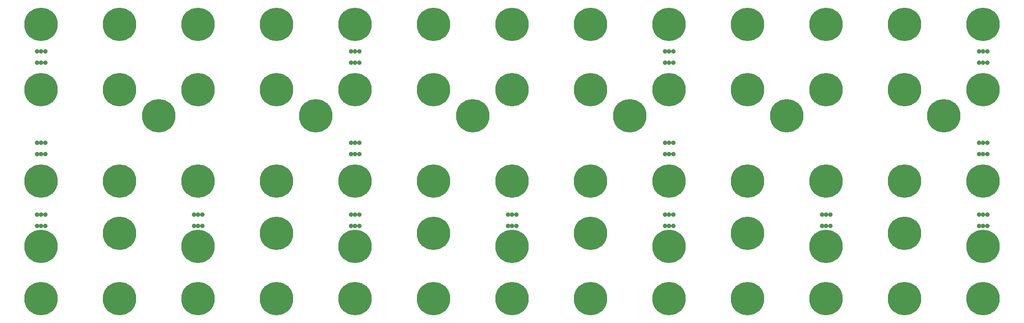
<source format=gbs>
G04 #@! TF.FileFunction,Soldermask,Bot*
%FSLAX46Y46*%
G04 Gerber Fmt 4.6, Leading zero omitted, Abs format (unit mm)*
G04 Created by KiCad (PCBNEW 4.0.1-3.201512221401+6198~38~ubuntu15.10.1-stable) date Fri Feb 19 22:01:03 2016*
%MOMM*%
G01*
G04 APERTURE LIST*
%ADD10C,0.101600*%
%ADD11C,6.496000*%
%ADD12C,0.900000*%
G04 APERTURE END LIST*
D10*
D11*
X7620000Y5080000D03*
X7620000Y15240000D03*
X7620000Y27940000D03*
X7620000Y45720000D03*
X7620000Y58420000D03*
X38100000Y15240000D03*
X68580000Y15240000D03*
X99060000Y15240000D03*
X129540000Y15240000D03*
X160020000Y15240000D03*
X190500000Y15240000D03*
X22860000Y5080000D03*
X38100000Y5080000D03*
X53340000Y5080000D03*
X68580000Y5080000D03*
X83820000Y5080000D03*
X99060000Y5080000D03*
X114300000Y5080000D03*
X129540000Y5080000D03*
X144780000Y5080000D03*
X160020000Y5080000D03*
X175260000Y5080000D03*
X190500000Y5080000D03*
X22860000Y58420000D03*
X53340000Y58420000D03*
X83820000Y58420000D03*
X114300000Y58420000D03*
X144780000Y58420000D03*
X175260000Y58420000D03*
X38100000Y58420000D03*
X68580000Y58420000D03*
X99060000Y58420000D03*
X129540000Y58420000D03*
X160020000Y58420000D03*
X190500000Y58420000D03*
X22860000Y45720000D03*
X38100000Y45720000D03*
X53340000Y45720000D03*
X68580000Y45720000D03*
X83820000Y45720000D03*
X99060000Y45720000D03*
X114300000Y45720000D03*
X129540000Y45720000D03*
X144780000Y45720000D03*
X160020000Y45720000D03*
X175260000Y45720000D03*
X190500000Y45720000D03*
X30480000Y40640000D03*
X60960000Y40640000D03*
X91440000Y40640000D03*
X121920000Y40640000D03*
X152400000Y40640000D03*
X182880000Y40640000D03*
X22860000Y27940000D03*
X38100000Y27940000D03*
X53340000Y27940000D03*
X68580000Y27940000D03*
X83820000Y27940000D03*
X99060000Y27940000D03*
X114300000Y27940000D03*
X129540000Y27940000D03*
X144780000Y27940000D03*
X160020000Y27940000D03*
X175260000Y27940000D03*
X190500000Y27940000D03*
X22860000Y17780000D03*
X53340000Y17780000D03*
X83820000Y17780000D03*
X114300000Y17780000D03*
X144780000Y17780000D03*
X175260000Y17780000D03*
D12*
X7620000Y53170000D03*
X7620000Y50970000D03*
X8420000Y53170000D03*
X6820000Y53170000D03*
X6820000Y50970000D03*
X8420000Y50970000D03*
X68580000Y53170000D03*
X68580000Y50970000D03*
X69380000Y53170000D03*
X67780000Y53170000D03*
X67780000Y50970000D03*
X69380000Y50970000D03*
X129540000Y53170000D03*
X129540000Y50970000D03*
X130340000Y53170000D03*
X128740000Y53170000D03*
X128740000Y50970000D03*
X130340000Y50970000D03*
X190500000Y53170000D03*
X190500000Y50970000D03*
X191300000Y53170000D03*
X189700000Y53170000D03*
X189700000Y50970000D03*
X191300000Y50970000D03*
X7620000Y35390000D03*
X7620000Y33190000D03*
X8420000Y35390000D03*
X6820000Y35390000D03*
X6820000Y33190000D03*
X8420000Y33190000D03*
X68580000Y35390000D03*
X68580000Y33190000D03*
X69380000Y35390000D03*
X67780000Y35390000D03*
X67780000Y33190000D03*
X69380000Y33190000D03*
X129540000Y35390000D03*
X129540000Y33190000D03*
X130340000Y35390000D03*
X128740000Y35390000D03*
X128740000Y33190000D03*
X130340000Y33190000D03*
X190500000Y35390000D03*
X190500000Y33190000D03*
X191300000Y35390000D03*
X189700000Y35390000D03*
X189700000Y33190000D03*
X191300000Y33190000D03*
X7620000Y21420000D03*
X7620000Y19220000D03*
X8420000Y21420000D03*
X6820000Y21420000D03*
X6820000Y19220000D03*
X8420000Y19220000D03*
X38100000Y21420000D03*
X38100000Y19220000D03*
X38900000Y21420000D03*
X37300000Y21420000D03*
X37300000Y19220000D03*
X38900000Y19220000D03*
X68580000Y21420000D03*
X68580000Y19220000D03*
X69380000Y21420000D03*
X67780000Y21420000D03*
X67780000Y19220000D03*
X69380000Y19220000D03*
X99060000Y21420000D03*
X99060000Y19220000D03*
X99860000Y21420000D03*
X98260000Y21420000D03*
X98260000Y19220000D03*
X99860000Y19220000D03*
X129540000Y21420000D03*
X129540000Y19220000D03*
X130340000Y21420000D03*
X128740000Y21420000D03*
X128740000Y19220000D03*
X130340000Y19220000D03*
X160020000Y21420000D03*
X160020000Y19220000D03*
X160820000Y21420000D03*
X159220000Y21420000D03*
X159220000Y19220000D03*
X160820000Y19220000D03*
X190500000Y21420000D03*
X190500000Y19220000D03*
X191300000Y21420000D03*
X189700000Y21420000D03*
X189700000Y19220000D03*
X191300000Y19220000D03*
M02*

</source>
